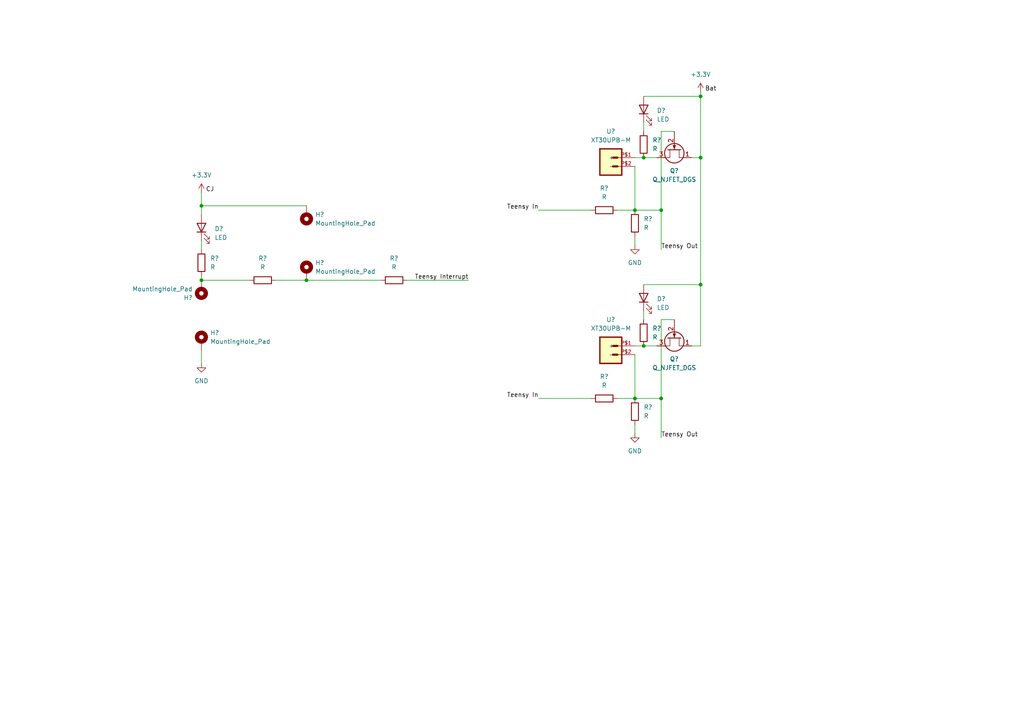
<source format=kicad_sch>
(kicad_sch (version 20211123) (generator eeschema)
  (paper "A4")
  (lib_symbols
    (symbol "Device:LED" (pin_numbers hide) (pin_names (offset 1.016) hide)
      (property "Reference" "D" (at 0 2.54 0))
      (property "Value" "LED" (at 0 -2.54 0))
      (symbol "LED_0_1"
        (polyline (pts (xy -1.27 -1.27) (xy -1.27 1.27)) (stroke (width 0.254)))
        (polyline (pts (xy -1.27 0) (xy 1.27 0)))
        (polyline (pts (xy 1.27 -1.27) (xy 1.27 1.27) (xy -1.27 0) (xy 1.27 -1.27)) (stroke (width 0.254)))
        (polyline (pts (xy -3.048 -0.762) (xy -4.572 -2.286) (xy -3.81 -2.286) (xy -4.572 -2.286) (xy -4.572 -1.524)))
        (polyline (pts (xy -1.778 -0.762) (xy -3.302 -2.286) (xy -2.54 -2.286) (xy -3.302 -2.286) (xy -3.302 -1.524)))
      )
      (symbol "LED_1_1"
        (pin passive line (at -3.81 0 0) (length 2.54) (name "K") (number "1"))
        (pin passive line (at 3.81 0 180) (length 2.54) (name "A") (number "2"))
      )
    )
    (symbol "Device:Q_NJFET_DGS" (pin_names (offset 0) hide)
      (property "Reference" "Q" (at 5.08 1.27 0))
      (property "Value" "Q_NJFET_DGS" (at 5.08 -1.27 0))
      (symbol "Q_NJFET_DGS_0_1"
        (polyline (pts (xy 0.254 1.905) (xy 0.254 -1.905) (xy 0.254 -1.905)) (stroke (width 0.254)))
        (polyline (pts (xy 2.54 -2.54) (xy 2.54 -1.27) (xy 0.254 -1.27)))
        (polyline (pts (xy 2.54 2.54) (xy 2.54 1.397) (xy 0.254 1.397)))
        (polyline (pts (xy 0 0) (xy -1.016 0.381) (xy -1.016 -0.381) (xy 0 0)) (fill (type outline)))
        (circle (center 1.27 0) (radius 2.8194) (stroke (width 0.254)))
      )
      (symbol "Q_NJFET_DGS_1_1"
        (pin passive line (at 2.54 5.08 270) (length 2.54) (name "D") (number "1"))
        (pin input line (at -5.08 0 0) (length 5.334) (name "G") (number "2"))
        (pin passive line (at 2.54 -5.08 90) (length 2.54) (name "S") (number "3"))
      )
    )
    (symbol "Device:R" (pin_numbers hide) (pin_names (offset 0))
      (property "Reference" "R" (at 2.032 0 90))
      (property "Value" "R" (at 0 0 90))
      (symbol "R_0_1"
        (rectangle (start -1.016 -2.54) (end 1.016 2.54) (stroke (width 0.254)))
      )
      (symbol "R_1_1"
        (pin passive line (at 0 3.81 270) (length 1.27) (name "~") (number "1"))
        (pin passive line (at 0 -3.81 90) (length 1.27) (name "~") (number "2"))
      )
    )
    (symbol "Mechanical:MountingHole_Pad" (pin_numbers hide) (pin_names (offset 1.016) hide)
      (property "Reference" "H" (at 0 6.35 0))
      (property "Value" "MountingHole_Pad" (at 0 4.445 0))
      (symbol "MountingHole_Pad_0_1"
        (circle (center 0 1.27) (radius 1.27) (stroke (width 1.27)))
      )
      (symbol "MountingHole_Pad_1_1"
        (pin input line (at 0 -2.54 90) (length 2.54) (name "1") (number "1"))
      )
    )
    (symbol "XT30:XT30UPB-M" (pin_names (offset 1.016))
      (property "Reference" "U" (at -2.54 5.588 0))
      (property "Value" "XT30UPB-M" (at -2.54 -4.826 0))
      (symbol "XT30UPB-M_0_0"
        (rectangle (start -2.54 -2.54) (end 3.81 5.08) (stroke (width 0.4064)) (fill (type background)))
        (polyline (pts (xy 1.27 0) (xy 2.54 0)) (stroke (width 0.6096)))
        (polyline (pts (xy 1.27 2.54) (xy 2.54 2.54)) (stroke (width 0.6096)))
        (pin passive line (at 7.62 2.54 180) (length 5.08) (name "+") (number "P$1"))
        (pin passive line (at 7.62 0 180) (length 5.08) (name "-") (number "P$2"))
      )
    )
    (symbol "power:+3.3V" (power) (pin_names (offset 0))
      (property "Value" "+3.3V" (at 0 3.556 0))
      (symbol "+3.3V_0_1"
        (polyline (pts (xy -0.762 1.27) (xy 0 2.54)))
        (polyline (pts (xy 0 0) (xy 0 2.54)))
        (polyline (pts (xy 0 2.54) (xy 0.762 1.27)))
      )
      (symbol "+3.3V_1_1"
        (pin power_in line (at 0 0 90) (length 0) hide (name "+3.3V") (number "1"))
      )
    )
    (symbol "power:GND" (power) (pin_names (offset 0))
      (property "Value" "GND" (at 0 -3.81 0))
      (symbol "GND_0_1"
        (polyline (pts (xy 0 0) (xy 0 -1.27) (xy 1.27 -1.27) (xy 0 -2.54) (xy -1.27 -1.27) (xy 0 -1.27)))
      )
      (symbol "GND_1_1"
        (pin power_in line (at 0 0 270) (length 0) hide (name "GND") (number "1"))
      )
    )
  )
  (junction (at 191.77 60.96))
  (junction (at 184.15 115.57))
  (junction (at 184.15 60.96))
  (junction (at 191.77 115.57))
  (junction (at 186.69 100.33))
  (junction (at 203.2 27.94))
  (junction (at 58.42 59.69))
  (junction (at 203.2 45.72))
  (junction (at 186.69 45.72))
  (junction (at 58.42 81.28))
  (junction (at 88.9 81.28))
  (junction (at 203.2 82.55))
  (wire (pts (xy 156.21 60.96) (xy 171.45 60.96)))
  (wire (pts (xy 184.15 68.58) (xy 184.15 71.12)))
  (wire (pts (xy 186.69 100.33) (xy 190.5 100.33)))
  (wire (pts (xy 58.42 80.01) (xy 58.42 81.28)))
  (wire (pts (xy 58.42 81.28) (xy 72.39 81.28)))
  (wire (pts (xy 184.15 102.87) (xy 184.15 115.57)))
  (wire (pts (xy 203.2 27.94) (xy 203.2 45.72)))
  (wire (pts (xy 184.15 100.33) (xy 186.69 100.33)))
  (wire (pts (xy 179.07 60.96) (xy 184.15 60.96)))
  (wire (pts (xy 191.77 92.71) (xy 195.58 92.71)))
  (wire (pts (xy 191.77 38.1) (xy 191.77 60.96)))
  (wire (pts (xy 186.69 90.17) (xy 186.69 92.71)))
  (wire (pts (xy 58.42 59.69) (xy 58.42 62.23)))
  (wire (pts (xy 191.77 92.71) (xy 191.77 115.57)))
  (wire (pts (xy 58.42 55.88) (xy 58.42 59.69)))
  (wire (pts (xy 184.15 123.19) (xy 184.15 125.73)))
  (wire (pts (xy 58.42 69.85) (xy 58.42 72.39)))
  (wire (pts (xy 186.69 45.72) (xy 190.5 45.72)))
  (wire (pts (xy 203.2 82.55) (xy 203.2 100.33)))
  (wire (pts (xy 191.77 38.1) (xy 195.58 38.1)))
  (wire (pts (xy 203.2 45.72) (xy 200.66 45.72)))
  (wire (pts (xy 110.49 81.28) (xy 88.9 81.28)))
  (wire (pts (xy 58.42 101.6) (xy 58.42 105.41)))
  (wire (pts (xy 58.42 59.69) (xy 88.9 59.69)))
  (wire (pts (xy 191.77 115.57) (xy 191.77 127)))
  (wire (pts (xy 203.2 26.67) (xy 203.2 27.94)))
  (wire (pts (xy 203.2 100.33) (xy 200.66 100.33)))
  (wire (pts (xy 186.69 27.94) (xy 203.2 27.94)))
  (wire (pts (xy 186.69 35.56) (xy 186.69 38.1)))
  (wire (pts (xy 203.2 45.72) (xy 203.2 82.55)))
  (wire (pts (xy 179.07 115.57) (xy 184.15 115.57)))
  (wire (pts (xy 184.15 45.72) (xy 186.69 45.72)))
  (wire (pts (xy 184.15 48.26) (xy 184.15 60.96)))
  (wire (pts (xy 80.01 81.28) (xy 88.9 81.28)))
  (wire (pts (xy 186.69 82.55) (xy 203.2 82.55)))
  (wire (pts (xy 191.77 60.96) (xy 191.77 72.39)))
  (wire (pts (xy 135.89 81.28) (xy 118.11 81.28)))
  (wire (pts (xy 156.21 115.57) (xy 171.45 115.57)))
  (wire (pts (xy 191.77 115.57) (xy 184.15 115.57)))
  (wire (pts (xy 191.77 60.96) (xy 184.15 60.96)))
  (label "Teensy Out" (at 191.77 127 0))
  (label "Teensy In" (at 156.21 60.96 180))
  (label "Teensy In" (at 156.21 115.57 180))
  (label "Teensy Out" (at 191.77 72.39 0))
  (label "Bat" (at 204.47 26.67 0))
  (label "Teensy Interrupt" (at 135.89 81.28 180))
  (label "CJ" (at 59.69 55.88 0))
  (symbol (lib_id "power:+3.3V") (at 203.2 26.67 0) (unit 1)
    (property "Reference" "#PWR?" (effects hide))
    (property "Value" "+3.3V" (at 203.2 21.59 0))
  )
  (symbol (lib_id "Device:LED") (at 58.42 66.04 90) (unit 1)
    (property "Reference" "D?" (at 62.23 66.3574 90) (effects (justify right)))
    (property "Value" "LED" (at 62.23 68.8974 90) (effects (justify right)))
  )
  (symbol (lib_id "power:GND") (at 184.15 125.73 0) (unit 1)
    (property "Reference" "#PWR?" (effects hide))
    (property "Value" "GND" (at 184.15 130.81 0))
  )
  (symbol (lib_id "Device:R") (at 186.69 41.91 180) (unit 1)
    (property "Reference" "R?" (at 189.23 40.6399 0) (effects (justify right)))
    (property "Value" "R" (at 189.23 43.1799 0) (effects (justify right)))
  )
  (symbol (lib_id "Device:R") (at 175.26 60.96 270) (unit 1)
    (property "Reference" "R?" (at 175.26 54.61 90))
    (property "Value" "R" (at 175.26 57.15 90))
  )
  (symbol (lib_id "power:GND") (at 184.15 71.12 0) (unit 1)
    (property "Reference" "#PWR?" (effects hide))
    (property "Value" "GND" (at 184.15 76.2 0))
  )
  (symbol (lib_id "Device:R") (at 58.42 76.2 180) (unit 1)
    (property "Reference" "R?" (at 60.96 74.9299 0) (effects (justify right)))
    (property "Value" "R" (at 60.96 77.4699 0) (effects (justify right)))
  )
  (symbol (lib_id "Mechanical:MountingHole_Pad") (at 88.9 78.74 0) (unit 1)
    (property "Reference" "H?" (at 91.44 76.1999 0) (effects (justify left)))
    (property "Value" "MountingHole_Pad" (at 91.44 78.7399 0) (effects (justify left)))
  )
  (symbol (lib_id "power:+3.3V") (at 58.42 55.88 0) (unit 1)
    (property "Reference" "#PWR?" (effects hide))
    (property "Value" "+3.3V" (at 58.42 50.8 0))
  )
  (symbol (lib_id "power:GND") (at 58.42 105.41 0) (unit 1)
    (property "Reference" "#PWR?" (effects hide))
    (property "Value" "GND" (at 58.42 110.49 0))
  )
  (symbol (lib_id "Device:LED") (at 186.69 31.75 90) (unit 1)
    (property "Reference" "D?" (at 190.5 32.0674 90) (effects (justify right)))
    (property "Value" "LED" (at 190.5 34.6074 90) (effects (justify right)))
  )
  (symbol (lib_id "Mechanical:MountingHole_Pad") (at 58.42 99.06 0) (unit 1)
    (property "Reference" "H?" (at 60.96 96.5199 0) (effects (justify left)))
    (property "Value" "MountingHole_Pad" (at 60.96 99.0599 0) (effects (justify left)))
  )
  (symbol (lib_id "Device:R") (at 186.69 96.52 180) (unit 1)
    (property "Reference" "R?" (at 189.23 95.2499 0) (effects (justify right)))
    (property "Value" "R" (at 189.23 97.7899 0) (effects (justify right)))
  )
  (symbol (lib_id "Mechanical:MountingHole_Pad") (at 88.9 62.23 180) (unit 1)
    (property "Reference" "H?" (at 91.44 62.2299 0) (effects (justify right)))
    (property "Value" "MountingHole_Pad" (at 91.44 64.7699 0) (effects (justify right)))
  )
  (symbol (lib_id "Mechanical:MountingHole_Pad") (at 58.42 83.82 180) (unit 1)
    (property "Reference" "H?" (at 55.88 86.3601 0) (effects (justify left)))
    (property "Value" "MountingHole_Pad" (at 55.88 83.8201 0) (effects (justify left)))
  )
  (symbol (lib_id "XT30:XT30UPB-M") (at 176.53 48.26 0) (unit 1)
    (property "Reference" "U?" (at 177.165 38.1 0))
    (property "Value" "XT30UPB-M" (at 177.165 40.64 0))
    (property "Footprint" "XT30UPB-M" (effects hide))
  )
  (symbol (lib_id "Device:R") (at 184.15 119.38 0) (unit 1)
    (property "Reference" "R?" (at 186.69 118.1099 0) (effects (justify left)))
    (property "Value" "R" (at 186.69 120.6499 0) (effects (justify left)))
  )
  (symbol (lib_id "Device:Q_NJFET_DGS") (at 195.58 43.18 270) (unit 1)
    (property "Reference" "Q?" (at 195.58 49.53 90))
    (property "Value" "Q_NJFET_DGS" (at 195.58 52.07 90))
  )
  (symbol (lib_id "Device:Q_NJFET_DGS") (at 195.58 97.79 270) (unit 1)
    (property "Reference" "Q?" (at 195.58 104.14 90))
    (property "Value" "Q_NJFET_DGS" (at 195.58 106.68 90))
  )
  (symbol (lib_id "XT30:XT30UPB-M") (at 176.53 102.87 0) (unit 1)
    (property "Reference" "U?" (at 177.165 92.71 0))
    (property "Value" "XT30UPB-M" (at 177.165 95.25 0))
    (property "Footprint" "XT30UPB-M" (effects hide))
  )
  (symbol (lib_id "Device:R") (at 76.2 81.28 90) (unit 1)
    (property "Reference" "R?" (at 76.2 74.93 90))
    (property "Value" "R" (at 76.2 77.47 90))
  )
  (symbol (lib_id "Device:R") (at 184.15 64.77 0) (unit 1)
    (property "Reference" "R?" (at 186.69 63.4999 0) (effects (justify left)))
    (property "Value" "R" (at 186.69 66.0399 0) (effects (justify left)))
  )
  (symbol (lib_id "Device:R") (at 175.26 115.57 270) (unit 1)
    (property "Reference" "R?" (at 175.26 109.22 90))
    (property "Value" "R" (at 175.26 111.76 90))
  )
  (symbol (lib_id "Device:R") (at 114.3 81.28 90) (unit 1)
    (property "Reference" "R?" (at 114.3 74.93 90))
    (property "Value" "R" (at 114.3 77.47 90))
  )
  (symbol (lib_id "Device:LED") (at 186.69 86.36 90) (unit 1)
    (property "Reference" "D?" (at 190.5 86.6774 90) (effects (justify right)))
    (property "Value" "LED" (at 190.5 89.2174 90) (effects (justify right)))
  )
)
</source>
